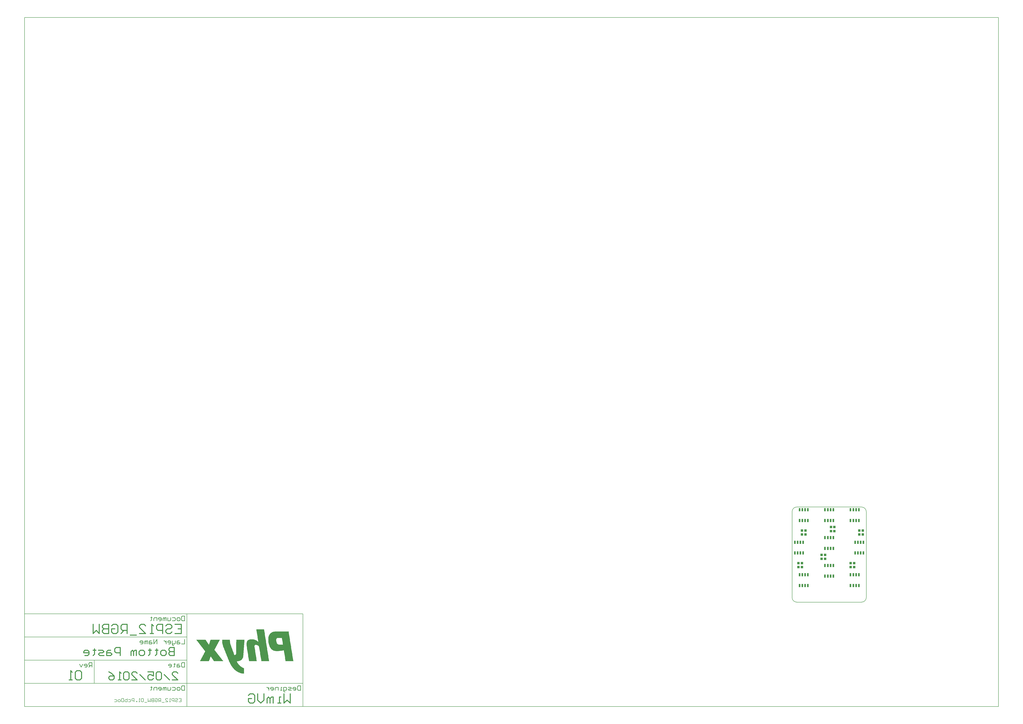
<source format=gbp>
G04 Layer_Color=128*
%FSLAX25Y25*%
%MOIN*%
G70*
G01*
G75*
%ADD11C,0.00787*%
%ADD12C,0.00984*%
%ADD17R,0.03937X0.04331*%
%ADD40C,0.01575*%
%ADD50R,0.02756X0.05512*%
G36*
X111204Y-64032D02*
Y-64318D01*
Y-64605D01*
Y-64891D01*
Y-65177D01*
Y-65464D01*
Y-65750D01*
Y-66036D01*
Y-66322D01*
Y-66609D01*
Y-66895D01*
Y-67181D01*
Y-67468D01*
Y-67754D01*
Y-68040D01*
Y-68327D01*
Y-68613D01*
Y-68899D01*
Y-69186D01*
Y-69472D01*
Y-69758D01*
X111490D01*
Y-70044D01*
Y-70331D01*
Y-70617D01*
Y-70903D01*
Y-71190D01*
X111776D01*
Y-71476D01*
Y-71762D01*
Y-72049D01*
Y-72335D01*
X112063D01*
Y-72621D01*
Y-72908D01*
Y-73194D01*
Y-73480D01*
X112349D01*
Y-73767D01*
Y-74053D01*
Y-74339D01*
X112635D01*
Y-74625D01*
Y-74912D01*
Y-75198D01*
X112922D01*
Y-75485D01*
Y-75771D01*
Y-76057D01*
X113208D01*
Y-76343D01*
Y-76630D01*
Y-76916D01*
X113494D01*
Y-77202D01*
Y-77489D01*
X113781D01*
Y-77775D01*
Y-78061D01*
X114067D01*
Y-78348D01*
Y-78634D01*
Y-78920D01*
X114353D01*
Y-79207D01*
Y-79493D01*
X114640D01*
Y-79779D01*
Y-80066D01*
Y-80352D01*
X114926D01*
Y-80638D01*
Y-80924D01*
X115212D01*
Y-81211D01*
Y-81497D01*
Y-81783D01*
X115499D01*
Y-82070D01*
Y-82356D01*
X115785D01*
Y-82642D01*
Y-82929D01*
Y-83215D01*
X116071D01*
Y-83501D01*
Y-83788D01*
X116358D01*
Y-84074D01*
Y-84360D01*
Y-84646D01*
X116644D01*
Y-84933D01*
Y-85219D01*
X116930D01*
Y-85505D01*
Y-85792D01*
Y-86078D01*
X117216D01*
Y-86364D01*
Y-86651D01*
X117503D01*
Y-86937D01*
Y-87223D01*
Y-87510D01*
X117789D01*
Y-87796D01*
Y-88082D01*
X118075D01*
Y-88369D01*
Y-88655D01*
Y-88941D01*
X118362D01*
Y-89227D01*
Y-89514D01*
X118648D01*
Y-89800D01*
Y-90086D01*
Y-90373D01*
X118934D01*
Y-90659D01*
Y-90945D01*
X119221D01*
Y-91232D01*
Y-91518D01*
Y-91804D01*
X119507D01*
Y-92091D01*
Y-92377D01*
X119793D01*
Y-92663D01*
Y-92950D01*
Y-93236D01*
X120080D01*
Y-93522D01*
Y-93809D01*
X120366D01*
Y-94095D01*
Y-94381D01*
Y-94667D01*
X120652D01*
Y-94954D01*
Y-95240D01*
X120939D01*
Y-95526D01*
Y-95813D01*
Y-96099D01*
X121225D01*
Y-96385D01*
Y-96672D01*
X121511D01*
Y-96958D01*
Y-97244D01*
Y-97531D01*
X121797D01*
Y-97817D01*
Y-98103D01*
X122084D01*
Y-98390D01*
Y-98676D01*
Y-98962D01*
X122370D01*
Y-99248D01*
Y-99535D01*
X122656D01*
Y-99821D01*
Y-100107D01*
Y-100394D01*
X122943D01*
Y-100680D01*
Y-100966D01*
X123229D01*
Y-101253D01*
Y-101539D01*
X123515D01*
Y-101825D01*
Y-102112D01*
X123802D01*
Y-102398D01*
Y-102684D01*
Y-102971D01*
X124088D01*
Y-103257D01*
X124374D01*
Y-103543D01*
Y-103829D01*
Y-104116D01*
X124661D01*
Y-104402D01*
X124947D01*
Y-104688D01*
Y-104975D01*
X125233D01*
Y-105261D01*
Y-105547D01*
X125520D01*
Y-105834D01*
Y-106120D01*
X125806D01*
Y-106406D01*
Y-106693D01*
X126092D01*
Y-106979D01*
X126378D01*
Y-107265D01*
Y-107552D01*
X126665D01*
Y-107838D01*
Y-108124D01*
X126951D01*
Y-108410D01*
X127237D01*
Y-108697D01*
X127524D01*
Y-108983D01*
Y-109269D01*
X127810D01*
Y-109556D01*
X128096D01*
Y-109842D01*
Y-110128D01*
X128383D01*
Y-110415D01*
X128669D01*
Y-110701D01*
X128955D01*
Y-110987D01*
Y-111274D01*
X129242D01*
Y-111560D01*
X129528D01*
Y-111846D01*
X129814D01*
Y-112133D01*
X130101D01*
Y-112419D01*
X130387D01*
Y-112705D01*
Y-112991D01*
X130673D01*
Y-113278D01*
X130959D01*
Y-113564D01*
X131246D01*
Y-113850D01*
X131532D01*
Y-114137D01*
X131818D01*
Y-114423D01*
X132105D01*
Y-114709D01*
X132391D01*
Y-114996D01*
X132964D01*
Y-115282D01*
X133250D01*
Y-115568D01*
X133536D01*
Y-115855D01*
X133823D01*
Y-116141D01*
X134109D01*
Y-116427D01*
X134681D01*
Y-116714D01*
X134968D01*
Y-117000D01*
X135540D01*
Y-117286D01*
X135827D01*
Y-117572D01*
X136399D01*
Y-117859D01*
X136686D01*
Y-118145D01*
X137258D01*
Y-118431D01*
X137831D01*
Y-118718D01*
X138404D01*
Y-119004D01*
X138976D01*
Y-119290D01*
X139549D01*
Y-119577D01*
X140408D01*
Y-119863D01*
X140980D01*
Y-120149D01*
X141839D01*
Y-120436D01*
X142985D01*
Y-120722D01*
X144130D01*
Y-121008D01*
X145848D01*
Y-121294D01*
X147852D01*
Y-121581D01*
X148138D01*
Y-121294D01*
Y-121008D01*
Y-120722D01*
Y-120436D01*
Y-120149D01*
Y-119863D01*
Y-119577D01*
Y-119290D01*
Y-119004D01*
Y-118718D01*
Y-118431D01*
Y-118145D01*
Y-117859D01*
Y-117572D01*
Y-117286D01*
Y-117000D01*
Y-116714D01*
Y-116427D01*
Y-116141D01*
Y-115855D01*
Y-115568D01*
Y-115282D01*
Y-114996D01*
Y-114709D01*
Y-114423D01*
Y-114137D01*
Y-113850D01*
Y-113564D01*
Y-113278D01*
Y-112991D01*
Y-112705D01*
Y-112419D01*
Y-112133D01*
X147566D01*
Y-111846D01*
X146993D01*
Y-111560D01*
X146420D01*
Y-111274D01*
X145848D01*
Y-110987D01*
X145275D01*
Y-110701D01*
X144702D01*
Y-110415D01*
X144416D01*
Y-110128D01*
X143843D01*
Y-109842D01*
X143557D01*
Y-109556D01*
X142985D01*
Y-109269D01*
X142698D01*
Y-108983D01*
X142412D01*
Y-108697D01*
X141839D01*
Y-108410D01*
X141553D01*
Y-108124D01*
X141267D01*
Y-107838D01*
X140980D01*
Y-107552D01*
X140694D01*
Y-107265D01*
X140408D01*
Y-106979D01*
X140121D01*
Y-106693D01*
X139835D01*
Y-106406D01*
X139549D01*
Y-106120D01*
X139262D01*
Y-105834D01*
X138976D01*
Y-105547D01*
X138690D01*
Y-105261D01*
Y-104975D01*
X138404D01*
Y-104688D01*
X138117D01*
Y-104402D01*
X137831D01*
Y-104116D01*
Y-103829D01*
X137545D01*
Y-103543D01*
X137258D01*
Y-103257D01*
Y-102971D01*
X136972D01*
Y-102684D01*
Y-102398D01*
X136686D01*
Y-102112D01*
X136399D01*
Y-101825D01*
Y-101539D01*
X136113D01*
Y-101253D01*
Y-100966D01*
X135827D01*
Y-100680D01*
Y-100394D01*
X137545D01*
Y-100107D01*
X139549D01*
Y-99821D01*
X140694D01*
Y-99535D01*
X141267D01*
Y-99248D01*
X142126D01*
Y-98962D01*
X142698D01*
Y-98676D01*
X142985D01*
Y-98390D01*
X143557D01*
Y-98103D01*
X143843D01*
Y-97817D01*
X144130D01*
Y-97531D01*
X144416D01*
Y-97244D01*
X144702D01*
Y-96958D01*
X144989D01*
Y-96672D01*
Y-96385D01*
X145275D01*
Y-96099D01*
X145561D01*
Y-95813D01*
Y-95526D01*
X145848D01*
Y-95240D01*
Y-94954D01*
X146134D01*
Y-94667D01*
Y-94381D01*
X146420D01*
Y-94095D01*
Y-93809D01*
Y-93522D01*
X146707D01*
Y-93236D01*
Y-92950D01*
Y-92663D01*
Y-92377D01*
X146993D01*
Y-92091D01*
Y-91804D01*
Y-91518D01*
Y-91232D01*
Y-90945D01*
Y-90659D01*
Y-90373D01*
X147279D01*
Y-90086D01*
Y-89800D01*
Y-89514D01*
Y-89227D01*
Y-88941D01*
Y-88655D01*
Y-88369D01*
Y-88082D01*
Y-87796D01*
Y-87510D01*
Y-87223D01*
Y-86937D01*
Y-86651D01*
Y-86364D01*
Y-86078D01*
X147566D01*
Y-85792D01*
Y-85505D01*
Y-85219D01*
Y-84933D01*
Y-84646D01*
Y-84360D01*
Y-84074D01*
Y-83788D01*
Y-83501D01*
Y-83215D01*
Y-82929D01*
Y-82642D01*
Y-82356D01*
Y-82070D01*
Y-81783D01*
X147852D01*
Y-81497D01*
Y-81211D01*
Y-80924D01*
Y-80638D01*
Y-80352D01*
Y-80066D01*
Y-79779D01*
Y-79493D01*
Y-79207D01*
Y-78920D01*
Y-78634D01*
Y-78348D01*
Y-78061D01*
Y-77775D01*
Y-77489D01*
Y-77202D01*
X148138D01*
Y-76916D01*
Y-76630D01*
Y-76343D01*
Y-76057D01*
Y-75771D01*
Y-75485D01*
Y-75198D01*
Y-74912D01*
Y-74625D01*
Y-74339D01*
Y-74053D01*
Y-73767D01*
Y-73480D01*
Y-73194D01*
Y-72908D01*
Y-72621D01*
X148424D01*
Y-72335D01*
Y-72049D01*
Y-71762D01*
Y-71476D01*
Y-71190D01*
Y-70903D01*
Y-70617D01*
Y-70331D01*
Y-70044D01*
Y-69758D01*
Y-69472D01*
Y-69186D01*
Y-68899D01*
Y-68613D01*
X148711D01*
Y-68327D01*
Y-68040D01*
Y-67754D01*
Y-67468D01*
Y-67181D01*
Y-66895D01*
Y-66609D01*
Y-66322D01*
Y-66036D01*
Y-65750D01*
Y-65464D01*
Y-65177D01*
Y-64891D01*
Y-64605D01*
Y-64318D01*
Y-64032D01*
X148997D01*
Y-63746D01*
X135254D01*
Y-64032D01*
Y-64318D01*
Y-64605D01*
Y-64891D01*
Y-65177D01*
Y-65464D01*
Y-65750D01*
Y-66036D01*
Y-66322D01*
Y-66609D01*
Y-66895D01*
Y-67181D01*
Y-67468D01*
Y-67754D01*
X134968D01*
Y-68040D01*
Y-68327D01*
Y-68613D01*
Y-68899D01*
Y-69186D01*
Y-69472D01*
Y-69758D01*
Y-70044D01*
Y-70331D01*
Y-70617D01*
Y-70903D01*
Y-71190D01*
Y-71476D01*
Y-71762D01*
Y-72049D01*
Y-72335D01*
Y-72621D01*
Y-72908D01*
Y-73194D01*
Y-73480D01*
Y-73767D01*
Y-74053D01*
Y-74339D01*
Y-74625D01*
Y-74912D01*
Y-75198D01*
Y-75485D01*
Y-75771D01*
Y-76057D01*
Y-76343D01*
Y-76630D01*
Y-76916D01*
Y-77202D01*
Y-77489D01*
Y-77775D01*
Y-78061D01*
Y-78348D01*
Y-78634D01*
Y-78920D01*
Y-79207D01*
Y-79493D01*
X134681D01*
Y-79779D01*
X134968D01*
Y-80066D01*
Y-80352D01*
X134681D01*
Y-80638D01*
Y-80924D01*
Y-81211D01*
Y-81497D01*
Y-81783D01*
Y-82070D01*
Y-82356D01*
Y-82642D01*
Y-82929D01*
Y-83215D01*
Y-83501D01*
Y-83788D01*
Y-84074D01*
Y-84360D01*
Y-84646D01*
Y-84933D01*
Y-85219D01*
Y-85505D01*
Y-85792D01*
Y-86078D01*
Y-86364D01*
Y-86651D01*
Y-86937D01*
Y-87223D01*
Y-87510D01*
Y-87796D01*
X134395D01*
Y-88082D01*
Y-88369D01*
Y-88655D01*
X134109D01*
Y-88941D01*
X133823D01*
Y-89227D01*
X133536D01*
Y-89514D01*
X132677D01*
Y-89800D01*
X131818D01*
Y-89514D01*
X131532D01*
Y-89227D01*
Y-88941D01*
Y-88655D01*
X131246D01*
Y-88369D01*
Y-88082D01*
X130959D01*
Y-87796D01*
Y-87510D01*
Y-87223D01*
X130673D01*
Y-86937D01*
Y-86651D01*
Y-86364D01*
X130387D01*
Y-86078D01*
Y-85792D01*
Y-85505D01*
X130101D01*
Y-85219D01*
Y-84933D01*
Y-84646D01*
X129814D01*
Y-84360D01*
Y-84074D01*
X129528D01*
Y-83788D01*
Y-83501D01*
Y-83215D01*
X129242D01*
Y-82929D01*
Y-82642D01*
Y-82356D01*
X128955D01*
Y-82070D01*
Y-81783D01*
Y-81497D01*
X128669D01*
Y-81211D01*
Y-80924D01*
X128383D01*
Y-80638D01*
Y-80352D01*
Y-80066D01*
X128096D01*
Y-79779D01*
Y-79493D01*
Y-79207D01*
X127810D01*
Y-78920D01*
Y-78634D01*
Y-78348D01*
X127524D01*
Y-78061D01*
Y-77775D01*
X127237D01*
Y-77489D01*
Y-77202D01*
Y-76916D01*
X126951D01*
Y-76630D01*
Y-76343D01*
Y-76057D01*
X126665D01*
Y-75771D01*
Y-75485D01*
Y-75198D01*
X126378D01*
Y-74912D01*
Y-74625D01*
X126092D01*
Y-74339D01*
Y-74053D01*
Y-73767D01*
X125806D01*
Y-73480D01*
Y-73194D01*
Y-72908D01*
X125520D01*
Y-72621D01*
Y-72335D01*
Y-72049D01*
X125233D01*
Y-71762D01*
Y-71476D01*
Y-71190D01*
Y-70903D01*
X124947D01*
Y-70617D01*
Y-70331D01*
Y-70044D01*
Y-69758D01*
X124661D01*
Y-69472D01*
Y-69186D01*
Y-68899D01*
Y-68613D01*
Y-68327D01*
X124374D01*
Y-68040D01*
Y-67754D01*
Y-67468D01*
Y-67181D01*
Y-66895D01*
Y-66609D01*
X124088D01*
Y-66322D01*
Y-66036D01*
Y-65750D01*
Y-65464D01*
Y-65177D01*
Y-64891D01*
Y-64605D01*
Y-64318D01*
Y-64032D01*
Y-63746D01*
X111204D01*
Y-64032D01*
D02*
G37*
G36*
X169039Y-46567D02*
Y-46853D01*
X169325D01*
Y-47139D01*
Y-47426D01*
Y-47712D01*
Y-47998D01*
Y-48285D01*
Y-48571D01*
X169612D01*
Y-48857D01*
Y-49144D01*
Y-49430D01*
Y-49716D01*
Y-50003D01*
Y-50289D01*
X169898D01*
Y-50575D01*
Y-50862D01*
Y-51148D01*
Y-51434D01*
Y-51720D01*
Y-52007D01*
Y-52293D01*
X170184D01*
Y-52579D01*
Y-52866D01*
Y-53152D01*
Y-53438D01*
Y-53725D01*
Y-54011D01*
X170471D01*
Y-54297D01*
Y-54584D01*
Y-54870D01*
Y-55156D01*
Y-55443D01*
Y-55729D01*
X170757D01*
Y-56015D01*
Y-56301D01*
Y-56588D01*
Y-56874D01*
Y-57161D01*
Y-57447D01*
Y-57733D01*
X171043D01*
Y-58019D01*
Y-58306D01*
Y-58592D01*
Y-58878D01*
Y-59165D01*
Y-59451D01*
X171330D01*
Y-59737D01*
Y-60024D01*
Y-60310D01*
Y-60596D01*
Y-60883D01*
Y-61169D01*
X171616D01*
Y-61455D01*
Y-61742D01*
Y-62028D01*
Y-62314D01*
Y-62600D01*
Y-62887D01*
X171902D01*
Y-63173D01*
Y-63459D01*
Y-63746D01*
Y-64032D01*
Y-64318D01*
Y-64605D01*
Y-64891D01*
X172188D01*
Y-65177D01*
Y-65464D01*
Y-65750D01*
Y-66036D01*
Y-66322D01*
Y-66609D01*
X172475D01*
Y-66895D01*
Y-67181D01*
X171902D01*
Y-66895D01*
X171616D01*
Y-66609D01*
X171330D01*
Y-66322D01*
X170757D01*
Y-66036D01*
X170471D01*
Y-65750D01*
X170184D01*
Y-65464D01*
X169612D01*
Y-65177D01*
X169039D01*
Y-64891D01*
X168753D01*
Y-64605D01*
X168180D01*
Y-64318D01*
X167321D01*
Y-64032D01*
X166749D01*
Y-63746D01*
X165890D01*
Y-63459D01*
X164458D01*
Y-63173D01*
X158159D01*
Y-63459D01*
X157014D01*
Y-63746D01*
X156155D01*
Y-64032D01*
X155582D01*
Y-64318D01*
X155296D01*
Y-64605D01*
X154723D01*
Y-64891D01*
X154437D01*
Y-65177D01*
X154151D01*
Y-65464D01*
X153865D01*
Y-65750D01*
X153578D01*
Y-66036D01*
Y-66322D01*
X153292D01*
Y-66609D01*
Y-66895D01*
X153006D01*
Y-67181D01*
Y-67468D01*
Y-67754D01*
X152719D01*
Y-68040D01*
Y-68327D01*
Y-68613D01*
Y-68899D01*
X152433D01*
Y-69186D01*
Y-69472D01*
Y-69758D01*
Y-70044D01*
Y-70331D01*
Y-70617D01*
Y-70903D01*
Y-71190D01*
Y-71476D01*
Y-71762D01*
Y-72049D01*
Y-72335D01*
Y-72621D01*
Y-72908D01*
Y-73194D01*
Y-73480D01*
Y-73767D01*
Y-74053D01*
X152719D01*
Y-74339D01*
Y-74625D01*
Y-74912D01*
Y-75198D01*
Y-75485D01*
Y-75771D01*
Y-76057D01*
X153006D01*
Y-76343D01*
Y-76630D01*
Y-76916D01*
Y-77202D01*
Y-77489D01*
Y-77775D01*
Y-78061D01*
X153292D01*
Y-78348D01*
Y-78634D01*
Y-78920D01*
Y-79207D01*
Y-79493D01*
Y-79779D01*
X153578D01*
Y-80066D01*
Y-80352D01*
Y-80638D01*
Y-80924D01*
Y-81211D01*
Y-81497D01*
X153865D01*
Y-81783D01*
Y-82070D01*
Y-82356D01*
Y-82642D01*
Y-82929D01*
Y-83215D01*
X154151D01*
Y-83501D01*
Y-83788D01*
Y-84074D01*
Y-84360D01*
Y-84646D01*
Y-84933D01*
Y-85219D01*
X154437D01*
Y-85505D01*
Y-85792D01*
Y-86078D01*
Y-86364D01*
Y-86651D01*
Y-86937D01*
X154723D01*
Y-87223D01*
Y-87510D01*
Y-87796D01*
Y-88082D01*
Y-88369D01*
Y-88655D01*
X155010D01*
Y-88941D01*
Y-89227D01*
Y-89514D01*
Y-89800D01*
Y-90086D01*
Y-90373D01*
Y-90659D01*
X155296D01*
Y-90945D01*
Y-91232D01*
Y-91518D01*
Y-91804D01*
Y-92091D01*
Y-92377D01*
X155582D01*
Y-92663D01*
Y-92950D01*
Y-93236D01*
Y-93522D01*
Y-93809D01*
Y-94095D01*
X155869D01*
Y-94381D01*
Y-94667D01*
Y-94954D01*
Y-95240D01*
Y-95526D01*
Y-95813D01*
X156155D01*
Y-96099D01*
Y-96385D01*
Y-96672D01*
Y-96958D01*
Y-97244D01*
Y-97531D01*
Y-97817D01*
X156441D01*
Y-98103D01*
Y-98390D01*
Y-98676D01*
Y-98962D01*
Y-99248D01*
Y-99535D01*
X156728D01*
Y-99821D01*
Y-100107D01*
X169898D01*
Y-99821D01*
Y-99535D01*
X169612D01*
Y-99248D01*
Y-98962D01*
Y-98676D01*
Y-98390D01*
Y-98103D01*
Y-97817D01*
X169325D01*
Y-97531D01*
Y-97244D01*
Y-96958D01*
Y-96672D01*
Y-96385D01*
Y-96099D01*
Y-95813D01*
X169039D01*
Y-95526D01*
Y-95240D01*
Y-94954D01*
Y-94667D01*
Y-94381D01*
Y-94095D01*
X168753D01*
Y-93809D01*
Y-93522D01*
Y-93236D01*
Y-92950D01*
Y-92663D01*
Y-92377D01*
X168466D01*
Y-92091D01*
Y-91804D01*
Y-91518D01*
Y-91232D01*
Y-90945D01*
Y-90659D01*
Y-90373D01*
X168180D01*
Y-90086D01*
Y-89800D01*
Y-89514D01*
Y-89227D01*
Y-88941D01*
Y-88655D01*
X167894D01*
Y-88369D01*
Y-88082D01*
Y-87796D01*
Y-87510D01*
Y-87223D01*
Y-86937D01*
Y-86651D01*
X167607D01*
Y-86364D01*
Y-86078D01*
Y-85792D01*
Y-85505D01*
Y-85219D01*
Y-84933D01*
X167321D01*
Y-84646D01*
Y-84360D01*
Y-84074D01*
Y-83788D01*
Y-83501D01*
Y-83215D01*
X167035D01*
Y-82929D01*
Y-82642D01*
Y-82356D01*
Y-82070D01*
Y-81783D01*
Y-81497D01*
X166749D01*
Y-81211D01*
Y-80924D01*
Y-80638D01*
Y-80352D01*
Y-80066D01*
Y-79779D01*
Y-79493D01*
X166462D01*
Y-79207D01*
Y-78920D01*
Y-78634D01*
Y-78348D01*
Y-78061D01*
Y-77775D01*
X166176D01*
Y-77489D01*
Y-77202D01*
Y-76916D01*
Y-76630D01*
Y-76343D01*
Y-76057D01*
Y-75771D01*
X165890D01*
Y-75485D01*
Y-75198D01*
Y-74912D01*
Y-74625D01*
Y-74339D01*
Y-74053D01*
X166176D01*
Y-73767D01*
Y-73480D01*
X166462D01*
Y-73194D01*
X166749D01*
Y-72908D01*
X167321D01*
Y-72621D01*
X169039D01*
Y-72908D01*
X170471D01*
Y-73194D01*
X171330D01*
Y-73480D01*
X171902D01*
Y-73767D01*
X172188D01*
Y-74053D01*
X172761D01*
Y-74339D01*
X173047D01*
Y-74625D01*
X173334D01*
Y-74912D01*
Y-75198D01*
X173620D01*
Y-75485D01*
Y-75771D01*
Y-76057D01*
X173906D01*
Y-76343D01*
Y-76630D01*
Y-76916D01*
Y-77202D01*
Y-77489D01*
Y-77775D01*
X174193D01*
Y-78061D01*
Y-78348D01*
Y-78634D01*
Y-78920D01*
Y-79207D01*
Y-79493D01*
Y-79779D01*
X174479D01*
Y-80066D01*
Y-80352D01*
Y-80638D01*
Y-80924D01*
Y-81211D01*
Y-81497D01*
X174765D01*
Y-81783D01*
Y-82070D01*
Y-82356D01*
Y-82642D01*
Y-82929D01*
Y-83215D01*
X175052D01*
Y-83501D01*
Y-83788D01*
Y-84074D01*
Y-84360D01*
Y-84646D01*
Y-84933D01*
X175338D01*
Y-85219D01*
Y-85505D01*
Y-85792D01*
Y-86078D01*
Y-86364D01*
Y-86651D01*
Y-86937D01*
X175624D01*
Y-87223D01*
Y-87510D01*
Y-87796D01*
Y-88082D01*
Y-88369D01*
Y-88655D01*
X175911D01*
Y-88941D01*
Y-89227D01*
Y-89514D01*
Y-89800D01*
Y-90086D01*
Y-90373D01*
X176197D01*
Y-90659D01*
Y-90945D01*
Y-91232D01*
Y-91518D01*
Y-91804D01*
Y-92091D01*
Y-92377D01*
X176483D01*
Y-92663D01*
Y-92950D01*
Y-93236D01*
Y-93522D01*
Y-93809D01*
Y-94095D01*
X176769D01*
Y-94381D01*
Y-94667D01*
Y-94954D01*
Y-95240D01*
Y-95526D01*
Y-95813D01*
X177056D01*
Y-96099D01*
Y-96385D01*
Y-96672D01*
Y-96958D01*
Y-97244D01*
Y-97531D01*
X177342D01*
Y-97817D01*
Y-98103D01*
Y-98390D01*
Y-98676D01*
Y-98962D01*
Y-99248D01*
Y-99535D01*
X177628D01*
Y-99821D01*
Y-100107D01*
X190799D01*
Y-99821D01*
Y-99535D01*
X190513D01*
Y-99248D01*
Y-98962D01*
Y-98676D01*
Y-98390D01*
Y-98103D01*
Y-97817D01*
Y-97531D01*
X190226D01*
Y-97244D01*
Y-96958D01*
Y-96672D01*
Y-96385D01*
Y-96099D01*
Y-95813D01*
X189940D01*
Y-95526D01*
Y-95240D01*
Y-94954D01*
Y-94667D01*
Y-94381D01*
Y-94095D01*
X189654D01*
Y-93809D01*
Y-93522D01*
Y-93236D01*
Y-92950D01*
Y-92663D01*
Y-92377D01*
Y-92091D01*
X189367D01*
Y-91804D01*
Y-91518D01*
Y-91232D01*
Y-90945D01*
Y-90659D01*
Y-90373D01*
X189081D01*
Y-90086D01*
Y-89800D01*
Y-89514D01*
Y-89227D01*
Y-88941D01*
Y-88655D01*
X188795D01*
Y-88369D01*
Y-88082D01*
Y-87796D01*
Y-87510D01*
Y-87223D01*
Y-86937D01*
X188508D01*
Y-86651D01*
Y-86364D01*
Y-86078D01*
Y-85792D01*
Y-85505D01*
Y-85219D01*
Y-84933D01*
X188222D01*
Y-84646D01*
Y-84360D01*
Y-84074D01*
Y-83788D01*
Y-83501D01*
Y-83215D01*
X187936D01*
Y-82929D01*
Y-82642D01*
Y-82356D01*
Y-82070D01*
Y-81783D01*
Y-81497D01*
X187649D01*
Y-81211D01*
Y-80924D01*
Y-80638D01*
Y-80352D01*
Y-80066D01*
Y-79779D01*
Y-79493D01*
X187363D01*
Y-79207D01*
Y-78920D01*
Y-78634D01*
Y-78348D01*
Y-78061D01*
Y-77775D01*
X187077D01*
Y-77489D01*
Y-77202D01*
Y-76916D01*
Y-76630D01*
Y-76343D01*
Y-76057D01*
X186791D01*
Y-75771D01*
Y-75485D01*
Y-75198D01*
Y-74912D01*
Y-74625D01*
Y-74339D01*
X186504D01*
Y-74053D01*
Y-73767D01*
Y-73480D01*
Y-73194D01*
Y-72908D01*
Y-72621D01*
Y-72335D01*
X186218D01*
Y-72049D01*
Y-71762D01*
Y-71476D01*
Y-71190D01*
Y-70903D01*
Y-70617D01*
X185932D01*
Y-70331D01*
Y-70044D01*
Y-69758D01*
Y-69472D01*
Y-69186D01*
Y-68899D01*
X185645D01*
Y-68613D01*
Y-68327D01*
Y-68040D01*
Y-67754D01*
Y-67468D01*
Y-67181D01*
X185359D01*
Y-66895D01*
Y-66609D01*
Y-66322D01*
Y-66036D01*
Y-65750D01*
Y-65464D01*
Y-65177D01*
X185073D01*
Y-64891D01*
Y-64605D01*
Y-64318D01*
Y-64032D01*
Y-63746D01*
Y-63459D01*
X184786D01*
Y-63173D01*
Y-62887D01*
Y-62600D01*
Y-62314D01*
Y-62028D01*
Y-61742D01*
X184500D01*
Y-61455D01*
Y-61169D01*
Y-60883D01*
Y-60596D01*
Y-60310D01*
Y-60024D01*
Y-59737D01*
X184214D01*
Y-59451D01*
Y-59165D01*
Y-58878D01*
Y-58592D01*
Y-58306D01*
Y-58019D01*
X183927D01*
Y-57733D01*
Y-57447D01*
Y-57161D01*
Y-56874D01*
Y-56588D01*
Y-56301D01*
X183641D01*
Y-56015D01*
Y-55729D01*
Y-55443D01*
Y-55156D01*
Y-54870D01*
Y-54584D01*
X183355D01*
Y-54297D01*
Y-54011D01*
Y-53725D01*
Y-53438D01*
Y-53152D01*
Y-52866D01*
Y-52579D01*
X183068D01*
Y-52293D01*
Y-52007D01*
Y-51720D01*
Y-51434D01*
Y-51148D01*
Y-50862D01*
X182782D01*
Y-50575D01*
Y-50289D01*
Y-50003D01*
Y-49716D01*
Y-49430D01*
Y-49144D01*
X182496D01*
Y-48857D01*
Y-48571D01*
Y-48285D01*
Y-47998D01*
Y-47712D01*
Y-47426D01*
Y-47139D01*
X182209D01*
Y-46853D01*
Y-46567D01*
Y-46281D01*
X169039D01*
Y-46567D01*
D02*
G37*
G36*
X200247Y-50003D02*
X198529D01*
Y-50289D01*
X197670D01*
Y-50575D01*
X196811D01*
Y-50862D01*
X195952D01*
Y-51148D01*
X195380D01*
Y-51434D01*
X195094D01*
Y-51720D01*
X194521D01*
Y-52007D01*
X194235D01*
Y-52293D01*
X193662D01*
Y-52579D01*
X193376D01*
Y-52866D01*
X193089D01*
Y-53152D01*
X192803D01*
Y-53438D01*
X192517D01*
Y-53725D01*
X192230D01*
Y-54011D01*
X191944D01*
Y-54297D01*
Y-54584D01*
X191658D01*
Y-54870D01*
X191372D01*
Y-55156D01*
Y-55443D01*
X191085D01*
Y-55729D01*
X190799D01*
Y-56015D01*
Y-56301D01*
X190513D01*
Y-56588D01*
Y-56874D01*
Y-57161D01*
X190226D01*
Y-57447D01*
Y-57733D01*
Y-58019D01*
X189940D01*
Y-58306D01*
Y-58592D01*
Y-58878D01*
Y-59165D01*
X189654D01*
Y-59451D01*
Y-59737D01*
Y-60024D01*
Y-60310D01*
Y-60596D01*
X189367D01*
Y-60883D01*
Y-61169D01*
Y-61455D01*
Y-61742D01*
Y-62028D01*
Y-62314D01*
Y-62600D01*
Y-62887D01*
Y-63173D01*
Y-63459D01*
Y-63746D01*
Y-64032D01*
Y-64318D01*
Y-64605D01*
Y-64891D01*
Y-65177D01*
Y-65464D01*
Y-65750D01*
Y-66036D01*
Y-66322D01*
X189654D01*
Y-66609D01*
Y-66895D01*
Y-67181D01*
Y-67468D01*
Y-67754D01*
Y-68040D01*
Y-68327D01*
X189940D01*
Y-68613D01*
Y-68899D01*
Y-69186D01*
Y-69472D01*
Y-69758D01*
X190226D01*
Y-70044D01*
Y-70331D01*
Y-70617D01*
Y-70903D01*
Y-71190D01*
X190513D01*
Y-71476D01*
Y-71762D01*
Y-72049D01*
X190799D01*
Y-72335D01*
Y-72621D01*
Y-72908D01*
Y-73194D01*
X191085D01*
Y-73480D01*
Y-73767D01*
Y-74053D01*
X191372D01*
Y-74339D01*
Y-74625D01*
X191658D01*
Y-74912D01*
Y-75198D01*
Y-75485D01*
X191944D01*
Y-75771D01*
Y-76057D01*
X192230D01*
Y-76343D01*
Y-76630D01*
X192517D01*
Y-76916D01*
Y-77202D01*
X192803D01*
Y-77489D01*
X193089D01*
Y-77775D01*
Y-78061D01*
X193376D01*
Y-78348D01*
X193662D01*
Y-78634D01*
X193948D01*
Y-78920D01*
Y-79207D01*
X194235D01*
Y-79493D01*
X194521D01*
Y-79779D01*
X194807D01*
Y-80066D01*
X195094D01*
Y-80352D01*
X195380D01*
Y-80638D01*
X195952D01*
Y-80924D01*
X196239D01*
Y-81211D01*
X196811D01*
Y-81497D01*
X197098D01*
Y-81783D01*
X197670D01*
Y-82070D01*
X198529D01*
Y-82356D01*
X199388D01*
Y-82642D01*
X200247D01*
Y-82929D01*
X201965D01*
Y-83215D01*
X207119D01*
Y-82929D01*
X209696D01*
Y-82642D01*
X211700D01*
Y-82356D01*
X213131D01*
Y-82070D01*
X214563D01*
Y-81783D01*
X215994D01*
Y-82070D01*
Y-82356D01*
Y-82642D01*
Y-82929D01*
Y-83215D01*
Y-83501D01*
Y-83788D01*
X216281D01*
Y-84074D01*
Y-84360D01*
Y-84646D01*
Y-84933D01*
Y-85219D01*
Y-85505D01*
X216567D01*
Y-85792D01*
Y-86078D01*
Y-86364D01*
Y-86651D01*
Y-86937D01*
Y-87223D01*
X216853D01*
Y-87510D01*
Y-87796D01*
Y-88082D01*
Y-88369D01*
Y-88655D01*
Y-88941D01*
Y-89227D01*
X217140D01*
Y-89514D01*
Y-89800D01*
Y-90086D01*
Y-90373D01*
Y-90659D01*
Y-90945D01*
X217426D01*
Y-91232D01*
Y-91518D01*
Y-91804D01*
Y-92091D01*
Y-92377D01*
Y-92663D01*
X217712D01*
Y-92950D01*
Y-93236D01*
Y-93522D01*
Y-93809D01*
Y-94095D01*
Y-94381D01*
Y-94667D01*
X217999D01*
Y-94954D01*
Y-95240D01*
Y-95526D01*
Y-95813D01*
Y-96099D01*
Y-96385D01*
X218285D01*
Y-96672D01*
Y-96958D01*
Y-97244D01*
Y-97531D01*
Y-97817D01*
Y-98103D01*
X218571D01*
Y-98390D01*
Y-98676D01*
Y-98962D01*
Y-99248D01*
Y-99535D01*
Y-99821D01*
Y-100107D01*
X232028D01*
Y-99821D01*
X231742D01*
Y-99535D01*
Y-99248D01*
Y-98962D01*
Y-98676D01*
Y-98390D01*
X231455D01*
Y-98103D01*
Y-97817D01*
Y-97531D01*
Y-97244D01*
Y-96958D01*
Y-96672D01*
Y-96385D01*
X231169D01*
Y-96099D01*
Y-95813D01*
Y-95526D01*
Y-95240D01*
Y-94954D01*
Y-94667D01*
X230883D01*
Y-94381D01*
Y-94095D01*
Y-93809D01*
Y-93522D01*
Y-93236D01*
Y-92950D01*
X230596D01*
Y-92663D01*
Y-92377D01*
Y-92091D01*
Y-91804D01*
Y-91518D01*
Y-91232D01*
Y-90945D01*
X230310D01*
Y-90659D01*
Y-90373D01*
Y-90086D01*
Y-89800D01*
Y-89514D01*
Y-89227D01*
X230024D01*
Y-88941D01*
Y-88655D01*
Y-88369D01*
Y-88082D01*
Y-87796D01*
Y-87510D01*
X229737D01*
Y-87223D01*
Y-86937D01*
Y-86651D01*
Y-86364D01*
Y-86078D01*
Y-85792D01*
X229451D01*
Y-85505D01*
Y-85219D01*
Y-84933D01*
Y-84646D01*
Y-84360D01*
Y-84074D01*
Y-83788D01*
X229165D01*
Y-83501D01*
Y-83215D01*
Y-82929D01*
Y-82642D01*
Y-82356D01*
Y-82070D01*
X228878D01*
Y-81783D01*
Y-81497D01*
Y-81211D01*
Y-80924D01*
Y-80638D01*
Y-80352D01*
X228592D01*
Y-80066D01*
Y-79779D01*
Y-79493D01*
Y-79207D01*
Y-78920D01*
Y-78634D01*
X228306D01*
Y-78348D01*
Y-78061D01*
Y-77775D01*
Y-77489D01*
Y-77202D01*
Y-76916D01*
Y-76630D01*
X228019D01*
Y-76343D01*
Y-76057D01*
Y-75771D01*
Y-75485D01*
Y-75198D01*
Y-74912D01*
X227733D01*
Y-74625D01*
Y-74339D01*
Y-74053D01*
Y-73767D01*
Y-73480D01*
Y-73194D01*
X227447D01*
Y-72908D01*
Y-72621D01*
Y-72335D01*
Y-72049D01*
Y-71762D01*
Y-71476D01*
Y-71190D01*
X227161D01*
Y-70903D01*
Y-70617D01*
Y-70331D01*
Y-70044D01*
Y-69758D01*
Y-69472D01*
X226874D01*
Y-69186D01*
Y-68899D01*
Y-68613D01*
Y-68327D01*
Y-68040D01*
Y-67754D01*
X226588D01*
Y-67468D01*
Y-67181D01*
Y-66895D01*
Y-66609D01*
Y-66322D01*
Y-66036D01*
X226302D01*
Y-65750D01*
Y-65464D01*
Y-65177D01*
Y-64891D01*
Y-64605D01*
Y-64318D01*
Y-64032D01*
X226015D01*
Y-63746D01*
Y-63459D01*
Y-63173D01*
Y-62887D01*
Y-62600D01*
Y-62314D01*
X225729D01*
Y-62028D01*
Y-61742D01*
Y-61455D01*
Y-61169D01*
Y-60883D01*
Y-60596D01*
X225443D01*
Y-60310D01*
Y-60024D01*
Y-59737D01*
Y-59451D01*
Y-59165D01*
Y-58878D01*
Y-58592D01*
X225156D01*
Y-58306D01*
Y-58019D01*
Y-57733D01*
Y-57447D01*
Y-57161D01*
Y-56874D01*
X224870D01*
Y-56588D01*
Y-56301D01*
Y-56015D01*
Y-55729D01*
Y-55443D01*
Y-55156D01*
X224584D01*
Y-54870D01*
Y-54584D01*
Y-54297D01*
Y-54011D01*
Y-53725D01*
Y-53438D01*
Y-53152D01*
X224297D01*
Y-52866D01*
Y-52579D01*
Y-52293D01*
Y-52007D01*
Y-51720D01*
Y-51434D01*
X224011D01*
Y-51148D01*
Y-50862D01*
Y-50575D01*
Y-50289D01*
Y-50003D01*
Y-49716D01*
X200247D01*
Y-50003D01*
D02*
G37*
G36*
X67112Y-64032D02*
X67398D01*
Y-64318D01*
X67684D01*
Y-64605D01*
Y-64891D01*
X67971D01*
Y-65177D01*
X68257D01*
Y-65464D01*
X68543D01*
Y-65750D01*
Y-66036D01*
X68830D01*
Y-66322D01*
X69116D01*
Y-66609D01*
X69402D01*
Y-66895D01*
X69688D01*
Y-67181D01*
Y-67468D01*
X69975D01*
Y-67754D01*
X70261D01*
Y-68040D01*
X70547D01*
Y-68327D01*
Y-68613D01*
X70834D01*
Y-68899D01*
X71120D01*
Y-69186D01*
X71406D01*
Y-69472D01*
X71693D01*
Y-69758D01*
Y-70044D01*
X71979D01*
Y-70331D01*
X72265D01*
Y-70617D01*
X72552D01*
Y-70903D01*
Y-71190D01*
X72838D01*
Y-71476D01*
X73124D01*
Y-71762D01*
X73411D01*
Y-72049D01*
Y-72335D01*
X73697D01*
Y-72621D01*
X73983D01*
Y-72908D01*
X74269D01*
Y-73194D01*
X74556D01*
Y-73480D01*
Y-73767D01*
X74842D01*
Y-74053D01*
X75128D01*
Y-74339D01*
X75415D01*
Y-74625D01*
Y-74912D01*
X75701D01*
Y-75198D01*
X75987D01*
Y-75485D01*
X76274D01*
Y-75771D01*
Y-76057D01*
X76560D01*
Y-76343D01*
X76846D01*
Y-76630D01*
X77133D01*
Y-76916D01*
X77419D01*
Y-77202D01*
Y-77489D01*
X77705D01*
Y-77775D01*
X77992D01*
Y-78061D01*
X78278D01*
Y-78348D01*
Y-78634D01*
X78564D01*
Y-78920D01*
X78851D01*
Y-79207D01*
X79137D01*
Y-79493D01*
Y-79779D01*
X79423D01*
Y-80066D01*
X79710D01*
Y-80352D01*
X79996D01*
Y-80638D01*
X80282D01*
Y-80924D01*
Y-81211D01*
X80568D01*
Y-81497D01*
X80855D01*
Y-81783D01*
X81141D01*
Y-82070D01*
Y-82356D01*
X81427D01*
Y-82642D01*
X81714D01*
Y-82929D01*
X82000D01*
Y-83215D01*
X82286D01*
Y-83501D01*
Y-83788D01*
X82000D01*
Y-84074D01*
Y-84360D01*
X81714D01*
Y-84646D01*
Y-84933D01*
X81427D01*
Y-85219D01*
X81141D01*
Y-85505D01*
Y-85792D01*
X80855D01*
Y-86078D01*
Y-86364D01*
X80568D01*
Y-86651D01*
Y-86937D01*
X80282D01*
Y-87223D01*
Y-87510D01*
X79996D01*
Y-87796D01*
Y-88082D01*
X79710D01*
Y-88369D01*
Y-88655D01*
X79423D01*
Y-88941D01*
Y-89227D01*
X79137D01*
Y-89514D01*
Y-89800D01*
X78851D01*
Y-90086D01*
X78564D01*
Y-90373D01*
Y-90659D01*
X78278D01*
Y-90945D01*
Y-91232D01*
X77992D01*
Y-91518D01*
Y-91804D01*
X77705D01*
Y-92091D01*
Y-92377D01*
X77419D01*
Y-92663D01*
Y-92950D01*
X77133D01*
Y-93236D01*
Y-93522D01*
X76846D01*
Y-93809D01*
Y-94095D01*
X76560D01*
Y-94381D01*
X76274D01*
Y-94667D01*
Y-94954D01*
X75987D01*
Y-95240D01*
Y-95526D01*
X75701D01*
Y-95813D01*
Y-96099D01*
X75415D01*
Y-96385D01*
Y-96672D01*
X75128D01*
Y-96958D01*
Y-97244D01*
X74842D01*
Y-97531D01*
Y-97817D01*
X74556D01*
Y-98103D01*
Y-98390D01*
X74269D01*
Y-98676D01*
X73983D01*
Y-98962D01*
Y-99248D01*
X73697D01*
Y-99535D01*
Y-99821D01*
X73411D01*
Y-100107D01*
X88585D01*
Y-99821D01*
X88872D01*
Y-99535D01*
Y-99248D01*
Y-98962D01*
X89158D01*
Y-98676D01*
Y-98390D01*
Y-98103D01*
X89444D01*
Y-97817D01*
Y-97531D01*
X89730D01*
Y-97244D01*
Y-96958D01*
Y-96672D01*
X90017D01*
Y-96385D01*
Y-96099D01*
Y-95813D01*
X90303D01*
Y-95526D01*
Y-95240D01*
X90589D01*
Y-94954D01*
Y-94667D01*
Y-94381D01*
X90876D01*
Y-94095D01*
Y-93809D01*
Y-93522D01*
X91162D01*
Y-93236D01*
Y-92950D01*
Y-92663D01*
X91448D01*
Y-92377D01*
X92021D01*
Y-92663D01*
Y-92950D01*
X92307D01*
Y-93236D01*
X92593D01*
Y-93522D01*
Y-93809D01*
X92880D01*
Y-94095D01*
X93166D01*
Y-94381D01*
Y-94667D01*
X93453D01*
Y-94954D01*
X93739D01*
Y-95240D01*
Y-95526D01*
X94025D01*
Y-95813D01*
X94311D01*
Y-96099D01*
X94598D01*
Y-96385D01*
Y-96672D01*
X94884D01*
Y-96958D01*
X95170D01*
Y-97244D01*
Y-97531D01*
X95457D01*
Y-97817D01*
X95743D01*
Y-98103D01*
Y-98390D01*
X96029D01*
Y-98676D01*
X96316D01*
Y-98962D01*
Y-99248D01*
X96602D01*
Y-99535D01*
X96888D01*
Y-99821D01*
Y-100107D01*
X112922D01*
Y-99821D01*
X112635D01*
Y-99535D01*
X112349D01*
Y-99248D01*
X112063D01*
Y-98962D01*
X111776D01*
Y-98676D01*
Y-98390D01*
X111490D01*
Y-98103D01*
X111204D01*
Y-97817D01*
X110918D01*
Y-97531D01*
X110631D01*
Y-97244D01*
Y-96958D01*
X110345D01*
Y-96672D01*
X110059D01*
Y-96385D01*
X109772D01*
Y-96099D01*
Y-95813D01*
X109486D01*
Y-95526D01*
X109200D01*
Y-95240D01*
X108913D01*
Y-94954D01*
X108627D01*
Y-94667D01*
Y-94381D01*
X108341D01*
Y-94095D01*
X108054D01*
Y-93809D01*
X107768D01*
Y-93522D01*
X107482D01*
Y-93236D01*
Y-92950D01*
X107195D01*
Y-92663D01*
X106909D01*
Y-92377D01*
X106623D01*
Y-92091D01*
Y-91804D01*
X106336D01*
Y-91518D01*
X106050D01*
Y-91232D01*
X105764D01*
Y-90945D01*
X105478D01*
Y-90659D01*
Y-90373D01*
X105191D01*
Y-90086D01*
X104905D01*
Y-89800D01*
X104619D01*
Y-89514D01*
Y-89227D01*
X104332D01*
Y-88941D01*
X104046D01*
Y-88655D01*
X103760D01*
Y-88369D01*
X103473D01*
Y-88082D01*
Y-87796D01*
X103187D01*
Y-87510D01*
X102901D01*
Y-87223D01*
X102614D01*
Y-86937D01*
Y-86651D01*
X102328D01*
Y-86364D01*
X102042D01*
Y-86078D01*
X101755D01*
Y-85792D01*
X101469D01*
Y-85505D01*
Y-85219D01*
X101183D01*
Y-84933D01*
X100897D01*
Y-84646D01*
X100610D01*
Y-84360D01*
X100324D01*
Y-84074D01*
Y-83788D01*
X100038D01*
Y-83501D01*
X99751D01*
Y-83215D01*
X99465D01*
Y-82929D01*
Y-82642D01*
X99179D01*
Y-82356D01*
X98892D01*
Y-82070D01*
X98606D01*
Y-81783D01*
X98320D01*
Y-81497D01*
Y-81211D01*
X98033D01*
Y-80924D01*
Y-80638D01*
Y-80352D01*
X98320D01*
Y-80066D01*
X98606D01*
Y-79779D01*
Y-79493D01*
X98892D01*
Y-79207D01*
Y-78920D01*
X99179D01*
Y-78634D01*
Y-78348D01*
X99465D01*
Y-78061D01*
Y-77775D01*
X99751D01*
Y-77489D01*
Y-77202D01*
X100038D01*
Y-76916D01*
Y-76630D01*
X100324D01*
Y-76343D01*
X100610D01*
Y-76057D01*
Y-75771D01*
X100897D01*
Y-75485D01*
Y-75198D01*
X101183D01*
Y-74912D01*
Y-74625D01*
X101469D01*
Y-74339D01*
Y-74053D01*
X101755D01*
Y-73767D01*
Y-73480D01*
X102042D01*
Y-73194D01*
Y-72908D01*
X102328D01*
Y-72621D01*
X102614D01*
Y-72335D01*
Y-72049D01*
X102901D01*
Y-71762D01*
Y-71476D01*
X103187D01*
Y-71190D01*
Y-70903D01*
X103473D01*
Y-70617D01*
Y-70331D01*
X103760D01*
Y-70044D01*
Y-69758D01*
X104046D01*
Y-69472D01*
Y-69186D01*
X104332D01*
Y-68899D01*
Y-68613D01*
X104619D01*
Y-68327D01*
X104905D01*
Y-68040D01*
Y-67754D01*
X105191D01*
Y-67468D01*
Y-67181D01*
X105478D01*
Y-66895D01*
Y-66609D01*
X105764D01*
Y-66322D01*
Y-66036D01*
X106050D01*
Y-65750D01*
Y-65464D01*
X106336D01*
Y-65177D01*
Y-64891D01*
X106623D01*
Y-64605D01*
X106909D01*
Y-64318D01*
Y-64032D01*
X107195D01*
Y-63746D01*
X91448D01*
Y-64032D01*
X91162D01*
Y-64318D01*
Y-64605D01*
Y-64891D01*
X90876D01*
Y-65177D01*
Y-65464D01*
Y-65750D01*
X90589D01*
Y-66036D01*
Y-66322D01*
Y-66609D01*
X90303D01*
Y-66895D01*
Y-67181D01*
Y-67468D01*
X90017D01*
Y-67754D01*
Y-68040D01*
Y-68327D01*
X89730D01*
Y-68613D01*
Y-68899D01*
Y-69186D01*
X89444D01*
Y-69472D01*
Y-69758D01*
Y-70044D01*
X89158D01*
Y-70331D01*
Y-70617D01*
Y-70903D01*
X88872D01*
Y-71190D01*
Y-71476D01*
Y-71762D01*
Y-72049D01*
X88299D01*
Y-71762D01*
X88012D01*
Y-71476D01*
X87726D01*
Y-71190D01*
Y-70903D01*
X87440D01*
Y-70617D01*
X87154D01*
Y-70331D01*
Y-70044D01*
X86867D01*
Y-69758D01*
X86581D01*
Y-69472D01*
Y-69186D01*
X86295D01*
Y-68899D01*
X86008D01*
Y-68613D01*
Y-68327D01*
X85722D01*
Y-68040D01*
X85436D01*
Y-67754D01*
Y-67468D01*
X85149D01*
Y-67181D01*
X84863D01*
Y-66895D01*
Y-66609D01*
X84577D01*
Y-66322D01*
X84290D01*
Y-66036D01*
Y-65750D01*
X84004D01*
Y-65464D01*
X83718D01*
Y-65177D01*
Y-64891D01*
X83432D01*
Y-64605D01*
X83145D01*
Y-64318D01*
Y-64032D01*
X82859D01*
Y-63746D01*
X67112D01*
Y-64032D01*
D02*
G37*
%LPC*%
G36*
X204542Y-60883D02*
X212559D01*
Y-61169D01*
Y-61455D01*
Y-61742D01*
Y-62028D01*
Y-62314D01*
X212845D01*
Y-62600D01*
Y-62887D01*
Y-63173D01*
Y-63459D01*
Y-63746D01*
Y-64032D01*
X213131D01*
Y-64318D01*
Y-64605D01*
Y-64891D01*
Y-65177D01*
Y-65464D01*
Y-65750D01*
X213418D01*
Y-66036D01*
Y-66322D01*
Y-66609D01*
Y-66895D01*
Y-67181D01*
Y-67468D01*
X213704D01*
Y-67754D01*
Y-68040D01*
Y-68327D01*
Y-68613D01*
Y-68899D01*
Y-69186D01*
Y-69472D01*
X213990D01*
Y-69758D01*
Y-70044D01*
Y-70331D01*
Y-70617D01*
Y-70903D01*
Y-71190D01*
X214277D01*
Y-71476D01*
Y-71762D01*
Y-72049D01*
X207119D01*
Y-71762D01*
X205973D01*
Y-71476D01*
X205401D01*
Y-71190D01*
X205115D01*
Y-70903D01*
X204828D01*
Y-70617D01*
X204542D01*
Y-70331D01*
X204256D01*
Y-70044D01*
Y-69758D01*
X203969D01*
Y-69472D01*
Y-69186D01*
X203683D01*
Y-68899D01*
Y-68613D01*
X203397D01*
Y-68327D01*
Y-68040D01*
Y-67754D01*
Y-67468D01*
X203110D01*
Y-67181D01*
Y-66895D01*
Y-66609D01*
Y-66322D01*
Y-66036D01*
X202824D01*
Y-65750D01*
Y-65464D01*
Y-65177D01*
Y-64891D01*
Y-64605D01*
Y-64318D01*
Y-64032D01*
Y-63746D01*
Y-63459D01*
Y-63173D01*
Y-62887D01*
X203110D01*
Y-62600D01*
Y-62314D01*
X203397D01*
Y-62028D01*
Y-61742D01*
X203683D01*
Y-61455D01*
X203969D01*
Y-61169D01*
X204542D01*
Y-60883D01*
D02*
G37*
%LPD*%
D11*
X1078740Y7874D02*
G03*
X1086614Y0I7874J0D01*
G01*
Y161417D02*
G03*
X1078740Y153543I0J-7874D01*
G01*
X1204724D02*
G03*
X1196850Y161417I-7874J-0D01*
G01*
Y0D02*
G03*
X1204724Y7874I0J7874D01*
G01*
X1196850Y0D02*
X1086614D01*
X1204724Y7874D02*
Y153543D01*
X1196850Y161417D02*
X1086614D01*
X1078740Y7874D02*
Y153543D01*
X-106299Y-137795D02*
Y-98425D01*
X51181Y-59055D02*
X-224410D01*
X51181Y-98425D02*
X-224410D01*
X248031Y-137795D02*
X-224410D01*
X248031Y-19685D02*
X-224410D01*
X248031Y-177165D02*
Y-19685D01*
X51181Y-177165D02*
Y-19685D01*
X1429134Y992126D02*
X-224410D01*
Y-177165D02*
Y992126D01*
X1429134Y-177165D02*
Y992126D01*
Y-177165D02*
X-224410D01*
X37403Y-163388D02*
X41339D01*
Y-169291D01*
X37403D01*
X41339Y-166340D02*
X39371D01*
X31499Y-164372D02*
X32483Y-163388D01*
X34451D01*
X35435Y-164372D01*
Y-165356D01*
X34451Y-166340D01*
X32483D01*
X31499Y-167324D01*
Y-168307D01*
X32483Y-169291D01*
X34451D01*
X35435Y-168307D01*
X29531Y-169291D02*
Y-163388D01*
X26580D01*
X25596Y-164372D01*
Y-166340D01*
X26580Y-167324D01*
X29531D01*
X23628Y-169291D02*
X21660D01*
X22644D01*
Y-163388D01*
X23628Y-164372D01*
X14772Y-169291D02*
X18708D01*
X14772Y-165356D01*
Y-164372D01*
X15756Y-163388D01*
X17724D01*
X18708Y-164372D01*
X12804Y-170275D02*
X8869D01*
X6901Y-169291D02*
Y-163388D01*
X3949D01*
X2965Y-164372D01*
Y-166340D01*
X3949Y-167324D01*
X6901D01*
X4933D02*
X2965Y-169291D01*
X-2938Y-164372D02*
X-1955Y-163388D01*
X13D01*
X997Y-164372D01*
Y-168307D01*
X13Y-169291D01*
X-1955D01*
X-2938Y-168307D01*
Y-166340D01*
X-971D01*
X-4906Y-163388D02*
Y-169291D01*
X-7858D01*
X-8842Y-168307D01*
Y-167324D01*
X-7858Y-166340D01*
X-4906D01*
X-7858D01*
X-8842Y-165356D01*
Y-164372D01*
X-7858Y-163388D01*
X-4906D01*
X-10810D02*
Y-169291D01*
X-12778Y-167324D01*
X-14746Y-169291D01*
Y-163388D01*
X-16714Y-170275D02*
X-20649D01*
X-22617Y-164372D02*
X-23601Y-163388D01*
X-25569D01*
X-26553Y-164372D01*
Y-168307D01*
X-25569Y-169291D01*
X-23601D01*
X-22617Y-168307D01*
Y-164372D01*
X-28521Y-169291D02*
X-30489D01*
X-29505D01*
Y-163388D01*
X-28521Y-164372D01*
X-33440Y-169291D02*
Y-168307D01*
X-34424D01*
Y-169291D01*
X-33440D01*
X-38360D02*
Y-163388D01*
X-41312D01*
X-42296Y-164372D01*
Y-166340D01*
X-41312Y-167324D01*
X-38360D01*
X-48199Y-165356D02*
X-45248D01*
X-44264Y-166340D01*
Y-168307D01*
X-45248Y-169291D01*
X-48199D01*
X-50167Y-163388D02*
Y-169291D01*
X-53119D01*
X-54103Y-168307D01*
Y-167324D01*
Y-166340D01*
X-53119Y-165356D01*
X-50167D01*
X-56071Y-163388D02*
Y-169291D01*
X-59023D01*
X-60007Y-168307D01*
Y-164372D01*
X-59023Y-163388D01*
X-56071D01*
X-62958Y-169291D02*
X-64926D01*
X-65910Y-168307D01*
Y-166340D01*
X-64926Y-165356D01*
X-62958D01*
X-61974Y-166340D01*
Y-168307D01*
X-62958Y-169291D01*
X-71814Y-165356D02*
X-68862D01*
X-67878Y-166340D01*
Y-168307D01*
X-68862Y-169291D01*
X-71814D01*
D12*
X-110236Y-110236D02*
Y-102365D01*
X-114172D01*
X-115484Y-103677D01*
Y-106300D01*
X-114172Y-107612D01*
X-110236D01*
X-112860D02*
X-115484Y-110236D01*
X-122044D02*
X-119420D01*
X-118108Y-108924D01*
Y-106300D01*
X-119420Y-104989D01*
X-122044D01*
X-123355Y-106300D01*
Y-107612D01*
X-118108D01*
X-125979Y-104989D02*
X-128603Y-110236D01*
X-131227Y-104989D01*
X244094Y-141735D02*
Y-149606D01*
X240159D01*
X238847Y-148294D01*
Y-143047D01*
X240159Y-141735D01*
X244094D01*
X232287Y-149606D02*
X234911D01*
X236223Y-148294D01*
Y-145671D01*
X234911Y-144359D01*
X232287D01*
X230975Y-145671D01*
Y-146983D01*
X236223D01*
X228351Y-149606D02*
X224416D01*
X223104Y-148294D01*
X224416Y-146983D01*
X227040D01*
X228351Y-145671D01*
X227040Y-144359D01*
X223104D01*
X217856Y-152230D02*
X216544D01*
X215232Y-150918D01*
Y-144359D01*
X219168D01*
X220480Y-145671D01*
Y-148294D01*
X219168Y-149606D01*
X215232D01*
X212609D02*
X209985D01*
X211297D01*
Y-144359D01*
X212609D01*
X206049Y-149606D02*
Y-144359D01*
X202113D01*
X200801Y-145671D01*
Y-149606D01*
X194242D02*
X196866D01*
X198178Y-148294D01*
Y-145671D01*
X196866Y-144359D01*
X194242D01*
X192930Y-145671D01*
Y-146983D01*
X198178D01*
X190306Y-144359D02*
Y-149606D01*
Y-146983D01*
X188994Y-145671D01*
X187682Y-144359D01*
X186370D01*
X47244Y-23625D02*
Y-31496D01*
X43308D01*
X41996Y-30184D01*
Y-24937D01*
X43308Y-23625D01*
X47244D01*
X38061Y-31496D02*
X35437D01*
X34125Y-30184D01*
Y-27560D01*
X35437Y-26248D01*
X38061D01*
X39373Y-27560D01*
Y-30184D01*
X38061Y-31496D01*
X26254Y-26248D02*
X30189D01*
X31501Y-27560D01*
Y-30184D01*
X30189Y-31496D01*
X26254D01*
X23630Y-26248D02*
Y-30184D01*
X22318Y-31496D01*
X18382D01*
Y-26248D01*
X15758Y-31496D02*
Y-26248D01*
X14446D01*
X13134Y-27560D01*
Y-31496D01*
Y-27560D01*
X11822Y-26248D01*
X10510Y-27560D01*
Y-31496D01*
X3951D02*
X6575D01*
X7887Y-30184D01*
Y-27560D01*
X6575Y-26248D01*
X3951D01*
X2639Y-27560D01*
Y-28872D01*
X7887D01*
X15Y-31496D02*
Y-26248D01*
X-3920D01*
X-5232Y-27560D01*
Y-31496D01*
X-9168Y-24937D02*
Y-26248D01*
X-7856D01*
X-10480D01*
X-9168D01*
Y-30184D01*
X-10480Y-31496D01*
X47244Y-62995D02*
Y-70866D01*
X41996D01*
X38061Y-65618D02*
X35437D01*
X34125Y-66930D01*
Y-70866D01*
X38061D01*
X39373Y-69554D01*
X38061Y-68242D01*
X34125D01*
X31501Y-65618D02*
Y-69554D01*
X30189Y-70866D01*
X26254D01*
Y-72178D01*
X27565Y-73490D01*
X28877D01*
X26254Y-70866D02*
Y-65618D01*
X19694Y-70866D02*
X22318D01*
X23630Y-69554D01*
Y-66930D01*
X22318Y-65618D01*
X19694D01*
X18382Y-66930D01*
Y-68242D01*
X23630D01*
X15758Y-65618D02*
Y-70866D01*
Y-68242D01*
X14446Y-66930D01*
X13134Y-65618D01*
X11822D01*
X15Y-70866D02*
Y-62995D01*
X-5232Y-70866D01*
Y-62995D01*
X-9168Y-65618D02*
X-11792D01*
X-13104Y-66930D01*
Y-70866D01*
X-9168D01*
X-7856Y-69554D01*
X-9168Y-68242D01*
X-13104D01*
X-15728Y-70866D02*
Y-65618D01*
X-17040D01*
X-18352Y-66930D01*
Y-70866D01*
Y-66930D01*
X-19663Y-65618D01*
X-20975Y-66930D01*
Y-70866D01*
X-27535D02*
X-24911D01*
X-23599Y-69554D01*
Y-66930D01*
X-24911Y-65618D01*
X-27535D01*
X-28847Y-66930D01*
Y-68242D01*
X-23599D01*
X47244Y-102365D02*
Y-110236D01*
X43308D01*
X41996Y-108924D01*
Y-103677D01*
X43308Y-102365D01*
X47244D01*
X38061Y-104989D02*
X35437D01*
X34125Y-106300D01*
Y-110236D01*
X38061D01*
X39373Y-108924D01*
X38061Y-107612D01*
X34125D01*
X30189Y-103677D02*
Y-104989D01*
X31501D01*
X28877D01*
X30189D01*
Y-108924D01*
X28877Y-110236D01*
X21006D02*
X23630D01*
X24942Y-108924D01*
Y-106300D01*
X23630Y-104989D01*
X21006D01*
X19694Y-106300D01*
Y-107612D01*
X24942D01*
X47244Y-141735D02*
Y-149606D01*
X43308D01*
X41996Y-148294D01*
Y-143047D01*
X43308Y-141735D01*
X47244D01*
X38061Y-149606D02*
X35437D01*
X34125Y-148294D01*
Y-145671D01*
X35437Y-144359D01*
X38061D01*
X39373Y-145671D01*
Y-148294D01*
X38061Y-149606D01*
X26254Y-144359D02*
X30189D01*
X31501Y-145671D01*
Y-148294D01*
X30189Y-149606D01*
X26254D01*
X23630Y-144359D02*
Y-148294D01*
X22318Y-149606D01*
X18382D01*
Y-144359D01*
X15758Y-149606D02*
Y-144359D01*
X14446D01*
X13134Y-145671D01*
Y-149606D01*
Y-145671D01*
X11822Y-144359D01*
X10510Y-145671D01*
Y-149606D01*
X3951D02*
X6575D01*
X7887Y-148294D01*
Y-145671D01*
X6575Y-144359D01*
X3951D01*
X2639Y-145671D01*
Y-146983D01*
X7887D01*
X15Y-149606D02*
Y-144359D01*
X-3920D01*
X-5232Y-145671D01*
Y-149606D01*
X-9168Y-143047D02*
Y-144359D01*
X-7856D01*
X-10480D01*
X-9168D01*
Y-148294D01*
X-10480Y-149606D01*
D17*
X1192913Y121457D02*
D03*
Y114764D02*
D03*
X1198819Y121457D02*
D03*
Y114764D02*
D03*
X1184055Y66339D02*
D03*
Y59646D02*
D03*
X1101378Y121457D02*
D03*
Y114764D02*
D03*
X1178149Y66339D02*
D03*
Y59646D02*
D03*
X1095472Y121457D02*
D03*
Y114764D02*
D03*
Y66339D02*
D03*
Y59646D02*
D03*
X1089567Y66339D02*
D03*
Y59646D02*
D03*
X1150590Y127363D02*
D03*
Y120670D02*
D03*
X1144685Y127363D02*
D03*
Y120670D02*
D03*
X1134842Y80118D02*
D03*
Y73426D02*
D03*
X1128937Y80118D02*
D03*
Y73426D02*
D03*
D40*
X29528Y-76776D02*
Y-90551D01*
X22640D01*
X20344Y-88255D01*
Y-85960D01*
X22640Y-83664D01*
X29528D01*
X22640D01*
X20344Y-81368D01*
Y-79072D01*
X22640Y-76776D01*
X29528D01*
X13457Y-90551D02*
X8865D01*
X6569Y-88255D01*
Y-83664D01*
X8865Y-81368D01*
X13457D01*
X15753Y-83664D01*
Y-88255D01*
X13457Y-90551D01*
X-319Y-79072D02*
Y-81368D01*
X1977D01*
X-2614D01*
X-319D01*
Y-88255D01*
X-2614Y-90551D01*
X-11798Y-79072D02*
Y-81368D01*
X-9502D01*
X-14094D01*
X-11798D01*
Y-88255D01*
X-14094Y-90551D01*
X-23277D02*
X-27869D01*
X-30165Y-88255D01*
Y-83664D01*
X-27869Y-81368D01*
X-23277D01*
X-20981Y-83664D01*
Y-88255D01*
X-23277Y-90551D01*
X-34756D02*
Y-81368D01*
X-37052D01*
X-39348Y-83664D01*
Y-90551D01*
Y-83664D01*
X-41644Y-81368D01*
X-43940Y-83664D01*
Y-90551D01*
X-62306D02*
Y-76776D01*
X-69194D01*
X-71490Y-79072D01*
Y-83664D01*
X-69194Y-85960D01*
X-62306D01*
X-78377Y-81368D02*
X-82969D01*
X-85265Y-83664D01*
Y-90551D01*
X-78377D01*
X-76081Y-88255D01*
X-78377Y-85960D01*
X-85265D01*
X-89856Y-90551D02*
X-96744D01*
X-99040Y-88255D01*
X-96744Y-85960D01*
X-92152D01*
X-89856Y-83664D01*
X-92152Y-81368D01*
X-99040D01*
X-105927Y-79072D02*
Y-81368D01*
X-103632D01*
X-108223D01*
X-105927D01*
Y-88255D01*
X-108223Y-90551D01*
X-121998D02*
X-117407D01*
X-115111Y-88255D01*
Y-83664D01*
X-117407Y-81368D01*
X-121998D01*
X-124294Y-83664D01*
Y-85960D01*
X-115111D01*
X226378Y-155517D02*
Y-171260D01*
X221130Y-166012D01*
X215883Y-171260D01*
Y-155517D01*
X210635Y-171260D02*
X205387D01*
X208011D01*
Y-160765D01*
X210635D01*
X197516Y-171260D02*
Y-160765D01*
X194892D01*
X192268Y-163388D01*
Y-171260D01*
Y-163388D01*
X189644Y-160765D01*
X187021Y-163388D01*
Y-171260D01*
X181773Y-155517D02*
Y-166012D01*
X176525Y-171260D01*
X171278Y-166012D01*
Y-155517D01*
X155535Y-158141D02*
X158159Y-155517D01*
X163406D01*
X166030Y-158141D01*
Y-168636D01*
X163406Y-171260D01*
X158159D01*
X155535Y-168636D01*
Y-163388D01*
X160782D01*
X-127953Y-118771D02*
X-130577Y-116147D01*
X-135824D01*
X-138448Y-118771D01*
Y-129266D01*
X-135824Y-131890D01*
X-130577D01*
X-127953Y-129266D01*
Y-118771D01*
X-143696Y-131890D02*
X-148943D01*
X-146319D01*
Y-116147D01*
X-143696Y-118771D01*
X26250Y-131890D02*
X35433D01*
X26250Y-122706D01*
Y-120411D01*
X28545Y-118115D01*
X33137D01*
X35433Y-120411D01*
X21658Y-131890D02*
X12475Y-122706D01*
X7883Y-120411D02*
X5587Y-118115D01*
X995D01*
X-1300Y-120411D01*
Y-129594D01*
X995Y-131890D01*
X5587D01*
X7883Y-129594D01*
Y-120411D01*
X-15076Y-118115D02*
X-5892D01*
Y-125002D01*
X-10484Y-122706D01*
X-12780D01*
X-15076Y-125002D01*
Y-129594D01*
X-12780Y-131890D01*
X-8188D01*
X-5892Y-129594D01*
X-19667Y-131890D02*
X-28851Y-122706D01*
X-42626Y-131890D02*
X-33442D01*
X-42626Y-122706D01*
Y-120411D01*
X-40330Y-118115D01*
X-35738D01*
X-33442Y-120411D01*
X-47217D02*
X-49513Y-118115D01*
X-54105D01*
X-56401Y-120411D01*
Y-129594D01*
X-54105Y-131890D01*
X-49513D01*
X-47217Y-129594D01*
Y-120411D01*
X-60992Y-131890D02*
X-65584D01*
X-63288D01*
Y-118115D01*
X-60992Y-120411D01*
X-81655Y-118115D02*
X-77063Y-120411D01*
X-72472Y-125002D01*
Y-129594D01*
X-74768Y-131890D01*
X-79359D01*
X-81655Y-129594D01*
Y-127298D01*
X-79359Y-125002D01*
X-72472D01*
X30843Y-37407D02*
X41339D01*
Y-53150D01*
X30843D01*
X41339Y-45278D02*
X36091D01*
X15100Y-40031D02*
X17724Y-37407D01*
X22972D01*
X25596Y-40031D01*
Y-42654D01*
X22972Y-45278D01*
X17724D01*
X15100Y-47902D01*
Y-50526D01*
X17724Y-53150D01*
X22972D01*
X25596Y-50526D01*
X9853Y-53150D02*
Y-37407D01*
X1981D01*
X-643Y-40031D01*
Y-45278D01*
X1981Y-47902D01*
X9853D01*
X-5890Y-53150D02*
X-11138D01*
X-8514D01*
Y-37407D01*
X-5890Y-40031D01*
X-29505Y-53150D02*
X-19009D01*
X-29505Y-42654D01*
Y-40031D01*
X-26881Y-37407D01*
X-21633D01*
X-19009Y-40031D01*
X-34752Y-55773D02*
X-45248D01*
X-50495Y-53150D02*
Y-37407D01*
X-58367D01*
X-60991Y-40031D01*
Y-45278D01*
X-58367Y-47902D01*
X-50495D01*
X-55743D02*
X-60991Y-53150D01*
X-76733Y-40031D02*
X-74110Y-37407D01*
X-68862D01*
X-66238Y-40031D01*
Y-50526D01*
X-68862Y-53150D01*
X-74110D01*
X-76733Y-50526D01*
Y-45278D01*
X-71486D01*
X-81981Y-37407D02*
Y-53150D01*
X-89853D01*
X-92476Y-50526D01*
Y-47902D01*
X-89853Y-45278D01*
X-81981D01*
X-89853D01*
X-92476Y-42654D01*
Y-40031D01*
X-89853Y-37407D01*
X-81981D01*
X-97724D02*
Y-53150D01*
X-102972Y-47902D01*
X-108219Y-53150D01*
Y-37407D01*
D50*
X1182677Y156693D02*
D03*
X1177953D02*
D03*
X1187402D02*
D03*
X1192126D02*
D03*
Y138583D02*
D03*
X1187402D02*
D03*
X1177953D02*
D03*
X1182677D02*
D03*
X1096063Y156693D02*
D03*
X1091339D02*
D03*
X1100787D02*
D03*
X1105512D02*
D03*
Y138583D02*
D03*
X1100787D02*
D03*
X1091339D02*
D03*
X1096063D02*
D03*
X1088189Y101575D02*
D03*
X1083465D02*
D03*
X1092913D02*
D03*
X1097638D02*
D03*
Y83465D02*
D03*
X1092913D02*
D03*
X1083465D02*
D03*
X1088189D02*
D03*
X1190551Y101575D02*
D03*
X1185827D02*
D03*
X1195276D02*
D03*
X1200000D02*
D03*
Y83465D02*
D03*
X1195276D02*
D03*
X1185827D02*
D03*
X1190551D02*
D03*
X1096063Y46457D02*
D03*
X1091339D02*
D03*
X1100787D02*
D03*
X1105512D02*
D03*
Y28346D02*
D03*
X1100787D02*
D03*
X1091339D02*
D03*
X1096063D02*
D03*
X1182677Y46457D02*
D03*
X1177953D02*
D03*
X1187402D02*
D03*
X1192126D02*
D03*
Y28346D02*
D03*
X1187402D02*
D03*
X1177953D02*
D03*
X1182677D02*
D03*
X1139370Y138583D02*
D03*
X1134646D02*
D03*
X1144094D02*
D03*
X1148819D02*
D03*
Y156693D02*
D03*
X1144094D02*
D03*
X1134646D02*
D03*
X1139370D02*
D03*
Y91339D02*
D03*
X1134646D02*
D03*
X1144094D02*
D03*
X1148819D02*
D03*
Y109449D02*
D03*
X1144094D02*
D03*
X1134646D02*
D03*
X1139370D02*
D03*
Y44094D02*
D03*
X1134646D02*
D03*
X1144094D02*
D03*
X1148819D02*
D03*
Y62205D02*
D03*
X1144094D02*
D03*
X1134646D02*
D03*
X1139370D02*
D03*
M02*

</source>
